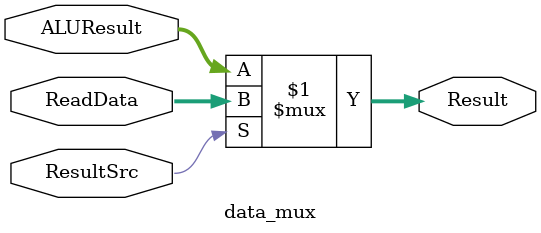
<source format=sv>
module data_mux (
    input logic[31:0] ReadData,
    input logic[31:0] ALUResult,
    input logic ResultSrc,
    output logic [31:0] Result
);


    assign Result = (ResultSrc)? ReadData: ALUResult;

    
endmodule


</source>
